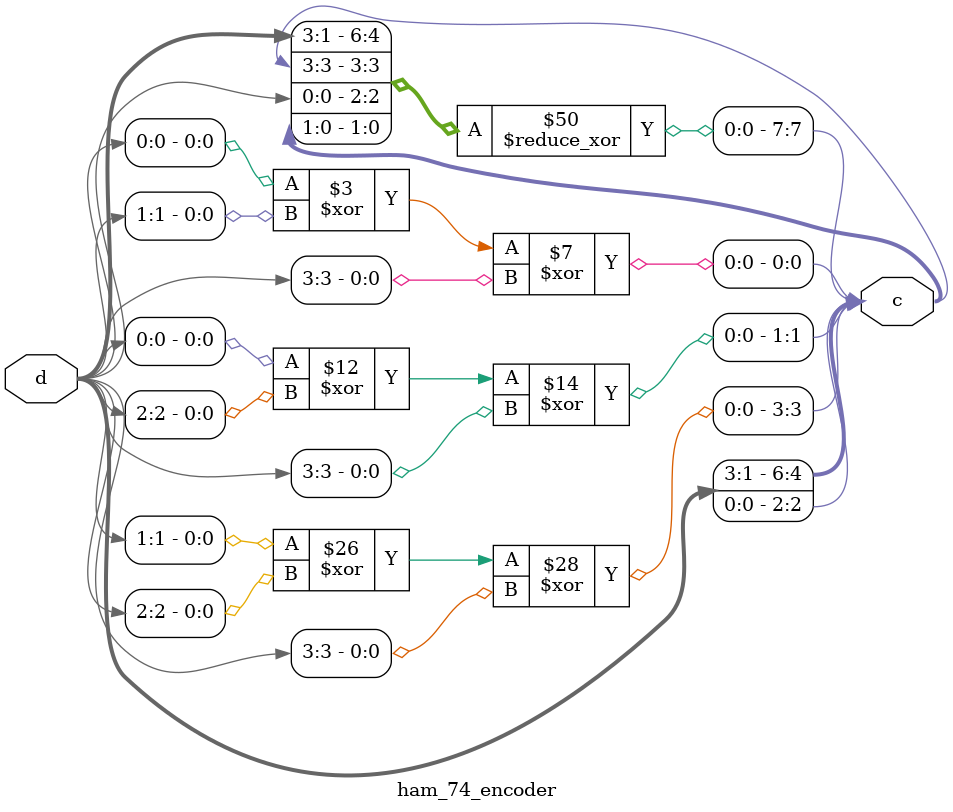
<source format=v>
/*
    4-bit to 8-bit Extended Hamming Code encoder
*/
module ham_74_encoder (
d, // [3:0] input data word 
c // [7:0] output code word 
);
    input [3:0] d;
    output [7:0] c;

    // The Generator Matrix
    localparam  G_MATRIX_0 = 4'b1101,
                G_MATRIX_1 = 4'b1011,
                G_MATRIX_2 = 4'b1000,
                G_MATRIX_3 = 4'b0111,
                G_MATRIX_4 = 4'b0100,
                G_MATRIX_5 = 4'b0010,
                G_MATRIX_6 = 4'b0001;

    // Generate the word code
    assign c[0] = (G_MATRIX_0[3] & d[0]) ^ (G_MATRIX_0[2] & d[1]) ^ (G_MATRIX_0[1] & d[2]) ^ (G_MATRIX_0[0] & d[3]);
    assign c[1] = (G_MATRIX_1[3] & d[0]) ^ (G_MATRIX_1[2] & d[1]) ^ (G_MATRIX_1[1] & d[2]) ^ (G_MATRIX_1[0] & d[3]);    
    assign c[2] = (G_MATRIX_2[3] & d[0]) ^ (G_MATRIX_2[2] & d[1]) ^ (G_MATRIX_2[1] & d[2]) ^ (G_MATRIX_2[0] & d[3]);
    assign c[3] = (G_MATRIX_3[3] & d[0]) ^ (G_MATRIX_3[2] & d[1]) ^ (G_MATRIX_3[1] & d[2]) ^ (G_MATRIX_3[0] & d[3]);
    assign c[4] = (G_MATRIX_4[3] & d[0]) ^ (G_MATRIX_4[2] & d[1]) ^ (G_MATRIX_4[1] & d[2]) ^ (G_MATRIX_4[0] & d[3]);
    assign c[5] = (G_MATRIX_5[3] & d[0]) ^ (G_MATRIX_5[2] & d[1]) ^ (G_MATRIX_5[1] & d[2]) ^ (G_MATRIX_5[0] & d[3]);
    assign c[6] = (G_MATRIX_6[3] & d[0]) ^ (G_MATRIX_6[2] & d[1]) ^ (G_MATRIX_6[1] & d[2]) ^ (G_MATRIX_6[0] & d[3]);
    
    // the MSB is even parity bit
    assign c[7] = ^ c[6:0];

endmodule
</source>
